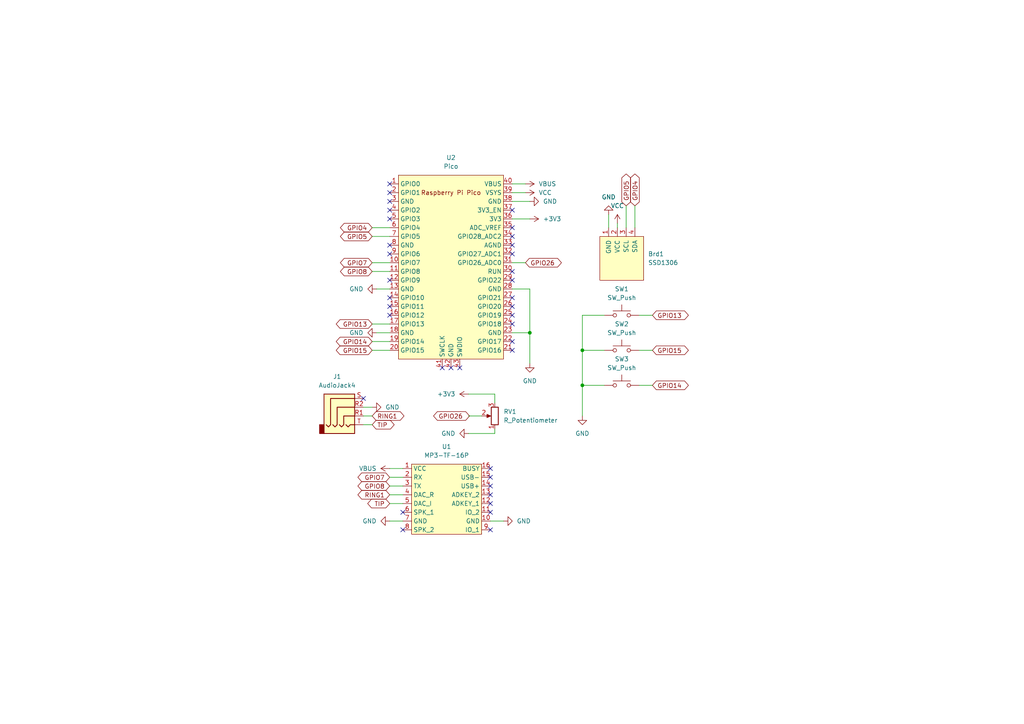
<source format=kicad_sch>
(kicad_sch (version 20211123) (generator eeschema)
  (paper "A4")
  (title_block (title "RA MP3Player") (date "2025-03-14"))
  (lib_symbols
    (symbol "Connector:AudioJack4"
      (property "Reference" "J" (at 0 8.89 0))
      (property "Value" "AudioJack4" (at 0 6.35 0))
      (symbol "AudioJack4_0_1"
        (rectangle (start -6.35 -5.08) (end -7.62 -7.62) (stroke (width 0.254)) (fill (type outline)))
        (polyline (pts (xy 0 -5.08) (xy 0.635 -5.715) (xy 1.27 -5.08) (xy 2.54 -5.08)) (stroke (width 0.254)))
        (polyline (pts (xy -5.715 -5.08) (xy -5.08 -5.715) (xy -4.445 -5.08) (xy -4.445 2.54) (xy 2.54 2.54)) (stroke (width 0.254)))
        (polyline (pts (xy -1.905 -5.08) (xy -1.27 -5.715) (xy -0.635 -5.08) (xy -0.635 -2.54) (xy 2.54 -2.54)) (stroke (width 0.254)))
        (polyline (pts (xy 2.54 0) (xy -2.54 0) (xy -2.54 -5.08) (xy -3.175 -5.715) (xy -3.81 -5.08)) (stroke (width 0.254)))
        (rectangle (start 2.54 3.81) (end -6.35 -7.62) (stroke (width 0.254)) (fill (type background)))
      )
      (symbol "AudioJack4_1_1"
        (pin passive line (at 5.08 -2.54 180) (length 2.54) (name "~") (number "R1"))
        (pin passive line (at 5.08 0 180) (length 2.54) (name "~") (number "R2"))
        (pin passive line (at 5.08 2.54 180) (length 2.54) (name "~") (number "S"))
        (pin passive line (at 5.08 -5.08 180) (length 2.54) (name "~") (number "T"))
      )
    )
    (symbol "Device:R_Potentiometer" (pin_names (offset 1.016) hide)
      (property "Reference" "RV" (at -4.445 0 90))
      (property "Value" "R_Potentiometer" (at -2.54 0 90))
      (symbol "R_Potentiometer_0_1"
        (polyline (pts (xy 2.54 0) (xy 1.524 0)))
        (polyline (pts (xy 1.143 0) (xy 2.286 0.508) (xy 2.286 -0.508) (xy 1.143 0)) (fill (type outline)))
        (rectangle (start 1.016 2.54) (end -1.016 -2.54) (stroke (width 0.254)))
      )
      (symbol "R_Potentiometer_1_1"
        (pin passive line (at 0 3.81 270) (length 1.27) (name "1") (number "1"))
        (pin passive line (at 3.81 0 180) (length 1.27) (name "2") (number "2"))
        (pin passive line (at 0 -3.81 90) (length 1.27) (name "3") (number "3"))
      )
    )
    (symbol "MCU_RaspberryPi_and_Boards:Pico"
      (property "Reference" "U" (at -13.97 27.94 0))
      (property "Value" "Pico" (at 0 19.05 0))
      (symbol "Pico_0_0"
        (text "Raspberry Pi Pico" (at 0 21.59 0) (effects (font (size 1.27 1.27))))
      )
      (symbol "Pico_0_1"
        (rectangle (start -15.24 26.67) (end 15.24 -26.67) (fill (type background)))
      )
      (symbol "Pico_1_1"
        (pin bidirectional line (at -17.78 24.13 0) (length 2.54) (name "GPIO0") (number "1"))
        (pin bidirectional line (at -17.78 1.27 0) (length 2.54) (name "GPIO7") (number "10"))
        (pin bidirectional line (at -17.78 -1.27 0) (length 2.54) (name "GPIO8") (number "11"))
        (pin bidirectional line (at -17.78 -3.81 0) (length 2.54) (name "GPIO9") (number "12"))
        (pin power_in line (at -17.78 -6.35 0) (length 2.54) (name "GND") (number "13"))
        (pin bidirectional line (at -17.78 -8.89 0) (length 2.54) (name "GPIO10") (number "14"))
        (pin bidirectional line (at -17.78 -11.43 0) (length 2.54) (name "GPIO11") (number "15"))
        (pin bidirectional line (at -17.78 -13.97 0) (length 2.54) (name "GPIO12") (number "16"))
        (pin bidirectional line (at -17.78 -16.51 0) (length 2.54) (name "GPIO13") (number "17"))
        (pin power_in line (at -17.78 -19.05 0) (length 2.54) (name "GND") (number "18"))
        (pin bidirectional line (at -17.78 -21.59 0) (length 2.54) (name "GPIO14") (number "19"))
        (pin bidirectional line (at -17.78 21.59 0) (length 2.54) (name "GPIO1") (number "2"))
        (pin bidirectional line (at -17.78 -24.13 0) (length 2.54) (name "GPIO15") (number "20"))
        (pin bidirectional line (at 17.78 -24.13 180) (length 2.54) (name "GPIO16") (number "21"))
        (pin bidirectional line (at 17.78 -21.59 180) (length 2.54) (name "GPIO17") (number "22"))
        (pin power_in line (at 17.78 -19.05 180) (length 2.54) (name "GND") (number "23"))
        (pin bidirectional line (at 17.78 -16.51 180) (length 2.54) (name "GPIO18") (number "24"))
        (pin bidirectional line (at 17.78 -13.97 180) (length 2.54) (name "GPIO19") (number "25"))
        (pin bidirectional line (at 17.78 -11.43 180) (length 2.54) (name "GPIO20") (number "26"))
        (pin bidirectional line (at 17.78 -8.89 180) (length 2.54) (name "GPIO21") (number "27"))
        (pin power_in line (at 17.78 -6.35 180) (length 2.54) (name "GND") (number "28"))
        (pin bidirectional line (at 17.78 -3.81 180) (length 2.54) (name "GPIO22") (number "29"))
        (pin power_in line (at -17.78 19.05 0) (length 2.54) (name "GND") (number "3"))
        (pin input line (at 17.78 -1.27 180) (length 2.54) (name "RUN") (number "30"))
        (pin bidirectional line (at 17.78 1.27 180) (length 2.54) (name "GPIO26_ADC0") (number "31"))
        (pin bidirectional line (at 17.78 3.81 180) (length 2.54) (name "GPIO27_ADC1") (number "32"))
        (pin power_in line (at 17.78 6.35 180) (length 2.54) (name "AGND") (number "33"))
        (pin bidirectional line (at 17.78 8.89 180) (length 2.54) (name "GPIO28_ADC2") (number "34"))
        (pin power_in line (at 17.78 11.43 180) (length 2.54) (name "ADC_VREF") (number "35"))
        (pin power_in line (at 17.78 13.97 180) (length 2.54) (name "3V3") (number "36"))
        (pin input line (at 17.78 16.51 180) (length 2.54) (name "3V3_EN") (number "37"))
        (pin bidirectional line (at 17.78 19.05 180) (length 2.54) (name "GND") (number "38"))
        (pin power_in line (at 17.78 21.59 180) (length 2.54) (name "VSYS") (number "39"))
        (pin bidirectional line (at -17.78 16.51 0) (length 2.54) (name "GPIO2") (number "4"))
        (pin power_in line (at 17.78 24.13 180) (length 2.54) (name "VBUS") (number "40"))
        (pin input line (at -2.54 -29.21 90) (length 2.54) (name "SWCLK") (number "41"))
        (pin power_in line (at 0 -29.21 90) (length 2.54) (name "GND") (number "42"))
        (pin bidirectional line (at 2.54 -29.21 90) (length 2.54) (name "SWDIO") (number "43"))
        (pin bidirectional line (at -17.78 13.97 0) (length 2.54) (name "GPIO3") (number "5"))
        (pin bidirectional line (at -17.78 11.43 0) (length 2.54) (name "GPIO4") (number "6"))
        (pin bidirectional line (at -17.78 8.89 0) (length 2.54) (name "GPIO5") (number "7"))
        (pin power_in line (at -17.78 6.35 0) (length 2.54) (name "GND") (number "8"))
        (pin bidirectional line (at -17.78 3.81 0) (length 2.54) (name "GPIO6") (number "9"))
      )
    )
    (symbol "SSD1306-128x64_OLED:SSD1306" (pin_names (offset 1.016))
      (property "Reference" "Brd" (at 0 -3.81 0))
      (property "Value" "SSD1306" (at 0 -1.27 0))
      (symbol "SSD1306_0_1"
        (rectangle (start -6.35 6.35) (end 6.35 -6.35) (fill (type background)))
      )
      (symbol "SSD1306_1_1"
        (pin input line (at -3.81 8.89 270) (length 2.54) (name "GND") (number "1"))
        (pin input line (at -1.27 8.89 270) (length 2.54) (name "VCC") (number "2"))
        (pin input line (at 1.27 8.89 270) (length 2.54) (name "SCL") (number "3"))
        (pin input line (at 3.81 8.89 270) (length 2.54) (name "SDA") (number "4"))
      )
    )
    (symbol "Switch:SW_Push" (pin_numbers hide) (pin_names (offset 1.016) hide)
      (property "Reference" "SW" (at 1.27 2.54 0))
      (property "Value" "SW_Push" (at 0 -1.524 0))
      (symbol "SW_Push_0_1"
        (circle (center -2.032 0) (radius 0.508))
        (polyline (pts (xy 0 1.27) (xy 0 3.048)))
        (polyline (pts (xy 2.54 1.27) (xy -2.54 1.27)))
        (circle (center 2.032 0) (radius 0.508))
        (pin passive line (at -5.08 0 0) (length 2.54) (name "1") (number "1"))
        (pin passive line (at 5.08 0 180) (length 2.54) (name "2") (number "2"))
      )
    )
    (symbol "dfplayer:MP3-TF-16P"
      (property "Reference" "U" (at 0 0 0))
      (property "Value" "MP3-TF-16P" (at 0 -11.43 0))
      (symbol "MP3-TF-16P_0_1"
        (rectangle (start -10.16 10.16) (end 10.16 -10.16) (fill (type background)))
      )
      (symbol "MP3-TF-16P_1_1"
        (pin power_in line (at -12.7 8.89 0) (length 2.54) (name "VCC") (number "1"))
        (pin power_in line (at 12.7 -6.35 180) (length 2.54) (name "GND") (number "10"))
        (pin bidirectional line (at 12.7 -3.81 180) (length 2.54) (name "IO_2") (number "11"))
        (pin input line (at 12.7 -1.27 180) (length 2.54) (name "ADKEY_1") (number "12"))
        (pin input line (at 12.7 1.27 180) (length 2.54) (name "ADKEY_2") (number "13"))
        (pin power_in line (at 12.7 3.81 180) (length 2.54) (name "USB+") (number "14"))
        (pin power_in line (at 12.7 6.35 180) (length 2.54) (name "USB-") (number "15"))
        (pin output line (at 12.7 8.89 180) (length 2.54) (name "BUSY") (number "16"))
        (pin input line (at -12.7 6.35 0) (length 2.54) (name "RX") (number "2"))
        (pin output line (at -12.7 3.81 0) (length 2.54) (name "TX") (number "3"))
        (pin output line (at -12.7 1.27 0) (length 2.54) (name "DAC_R") (number "4"))
        (pin output line (at -12.7 -1.27 0) (length 2.54) (name "DAC_I") (number "5"))
        (pin output line (at -12.7 -3.81 0) (length 2.54) (name "SPK_1") (number "6"))
        (pin power_in line (at -12.7 -6.35 0) (length 2.54) (name "GND") (number "7"))
        (pin output line (at -12.7 -8.89 0) (length 2.54) (name "SPK_2") (number "8"))
        (pin bidirectional line (at 12.7 -8.89 180) (length 2.54) (name "IO_1") (number "9"))
      )
    )
    (symbol "power:+3V3" (power) (pin_names (offset 0))
      (property "Value" "+3V3" (at 0 3.556 0))
      (symbol "+3V3_0_1"
        (polyline (pts (xy -0.762 1.27) (xy 0 2.54)))
        (polyline (pts (xy 0 0) (xy 0 2.54)))
        (polyline (pts (xy 0 2.54) (xy 0.762 1.27)))
      )
      (symbol "+3V3_1_1"
        (pin power_in line (at 0 0 90) (length 0) hide (name "+3V3") (number "1"))
      )
    )
    (symbol "power:GND" (power) (pin_names (offset 0))
      (property "Value" "GND" (at 0 -3.81 0))
      (symbol "GND_0_1"
        (polyline (pts (xy 0 0) (xy 0 -1.27) (xy 1.27 -1.27) (xy 0 -2.54) (xy -1.27 -1.27) (xy 0 -1.27)))
      )
      (symbol "GND_1_1"
        (pin power_in line (at 0 0 270) (length 0) hide (name "GND") (number "1"))
      )
    )
    (symbol "power:VBUS" (power) (pin_names (offset 0))
      (property "Value" "VBUS" (at 0 3.81 0))
      (symbol "VBUS_0_1"
        (polyline (pts (xy -0.762 1.27) (xy 0 2.54)))
        (polyline (pts (xy 0 0) (xy 0 2.54)))
        (polyline (pts (xy 0 2.54) (xy 0.762 1.27)))
      )
      (symbol "VBUS_1_1"
        (pin power_in line (at 0 0 90) (length 0) hide (name "VBUS") (number "1"))
      )
    )
    (symbol "power:VCC" (power) (pin_names (offset 0))
      (property "Value" "VCC" (at 0 3.81 0))
      (symbol "VCC_0_1"
        (polyline (pts (xy -0.762 1.27) (xy 0 2.54)))
        (polyline (pts (xy 0 0) (xy 0 2.54)))
        (polyline (pts (xy 0 2.54) (xy 0.762 1.27)))
      )
      (symbol "VCC_1_1"
        (pin power_in line (at 0 0 90) (length 0) hide (name "VCC") (number "1"))
      )
    )
  )
  (junction (at 168.91 111.76))
  (junction (at 153.67 96.52))
  (junction (at 168.91 101.6))
  (no_connect (at 113.03 86.36))
  (no_connect (at 113.03 91.44))
  (no_connect (at 113.03 88.9))
  (no_connect (at 113.03 71.12))
  (no_connect (at 113.03 73.66))
  (no_connect (at 113.03 60.96))
  (no_connect (at 113.03 63.5))
  (no_connect (at 113.03 58.42))
  (no_connect (at 113.03 81.28))
  (no_connect (at 133.35 106.68))
  (no_connect (at 128.27 106.68))
  (no_connect (at 130.81 106.68))
  (no_connect (at 113.03 55.88))
  (no_connect (at 113.03 53.34))
  (no_connect (at 148.59 60.96))
  (no_connect (at 148.59 86.36))
  (no_connect (at 148.59 88.9))
  (no_connect (at 148.59 91.44))
  (no_connect (at 148.59 101.6))
  (no_connect (at 148.59 93.98))
  (no_connect (at 148.59 99.06))
  (no_connect (at 148.59 66.04))
  (no_connect (at 148.59 68.58))
  (no_connect (at 148.59 71.12))
  (no_connect (at 148.59 73.66))
  (no_connect (at 148.59 81.28))
  (no_connect (at 148.59 78.74))
  (no_connect (at 142.24 153.67))
  (no_connect (at 142.24 143.51))
  (no_connect (at 142.24 146.05))
  (no_connect (at 142.24 148.59))
  (no_connect (at 116.84 153.67))
  (no_connect (at 142.24 140.97))
  (no_connect (at 142.24 135.89))
  (no_connect (at 142.24 138.43))
  (no_connect (at 116.84 148.59))
  (no_connect (at 105.41 115.57))
  (wire (pts (xy 148.59 58.42) (xy 153.67 58.42)))
  (wire (pts (xy 107.95 93.98) (xy 113.03 93.98)))
  (wire (pts (xy 113.03 151.13) (xy 116.84 151.13)))
  (wire (pts (xy 153.67 83.82) (xy 153.67 96.52)))
  (wire (pts (xy 148.59 55.88) (xy 152.4 55.88)))
  (wire (pts (xy 113.03 143.51) (xy 116.84 143.51)))
  (wire (pts (xy 148.59 63.5) (xy 153.67 63.5)))
  (wire (pts (xy 113.03 138.43) (xy 116.84 138.43)))
  (wire (pts (xy 135.89 125.73) (xy 143.51 125.73)))
  (wire (pts (xy 142.24 151.13) (xy 146.05 151.13)))
  (wire (pts (xy 105.41 118.11) (xy 107.95 118.11)))
  (wire (pts (xy 135.89 114.3) (xy 143.51 114.3)))
  (wire (pts (xy 179.07 64.77) (xy 179.07 66.04)))
  (wire (pts (xy 109.22 83.82) (xy 113.03 83.82)))
  (wire (pts (xy 168.91 91.44) (xy 168.91 101.6)))
  (wire (pts (xy 184.15 59.69) (xy 184.15 66.04)))
  (wire (pts (xy 113.03 135.89) (xy 116.84 135.89)))
  (wire (pts (xy 107.95 99.06) (xy 113.03 99.06)))
  (wire (pts (xy 168.91 101.6) (xy 175.26 101.6)))
  (wire (pts (xy 105.41 123.19) (xy 107.95 123.19)))
  (wire (pts (xy 153.67 96.52) (xy 148.59 96.52)))
  (wire (pts (xy 168.91 101.6) (xy 168.91 111.76)))
  (wire (pts (xy 148.59 83.82) (xy 153.67 83.82)))
  (wire (pts (xy 185.42 111.76) (xy 189.23 111.76)))
  (wire (pts (xy 185.42 101.6) (xy 189.23 101.6)))
  (wire (pts (xy 148.59 76.2) (xy 152.4 76.2)))
  (wire (pts (xy 113.03 140.97) (xy 116.84 140.97)))
  (wire (pts (xy 153.67 96.52) (xy 153.67 105.41)))
  (wire (pts (xy 168.91 111.76) (xy 168.91 120.65)))
  (wire (pts (xy 143.51 116.84) (xy 143.51 114.3)))
  (wire (pts (xy 105.41 120.65) (xy 107.95 120.65)))
  (wire (pts (xy 181.61 59.69) (xy 181.61 66.04)))
  (wire (pts (xy 135.89 120.65) (xy 139.7 120.65)))
  (wire (pts (xy 148.59 53.34) (xy 152.4 53.34)))
  (wire (pts (xy 176.53 62.23) (xy 176.53 66.04)))
  (wire (pts (xy 168.91 111.76) (xy 175.26 111.76)))
  (wire (pts (xy 113.03 146.05) (xy 116.84 146.05)))
  (wire (pts (xy 107.95 101.6) (xy 113.03 101.6)))
  (wire (pts (xy 107.95 76.2) (xy 113.03 76.2)))
  (wire (pts (xy 109.22 96.52) (xy 113.03 96.52)))
  (wire (pts (xy 107.95 66.04) (xy 113.03 66.04)))
  (wire (pts (xy 107.95 78.74) (xy 113.03 78.74)))
  (wire (pts (xy 143.51 124.46) (xy 143.51 125.73)))
  (wire (pts (xy 175.26 91.44) (xy 168.91 91.44)))
  (wire (pts (xy 107.95 68.58) (xy 113.03 68.58)))
  (wire (pts (xy 185.42 91.44) (xy 189.23 91.44)))
  (global_label "GPIO14" (shape bidirectional) (at 107.95 99.06 180) (property "Intersheet References" "${INTERSHEET_REFS}" (effects hide)))
  (global_label "GPIO15" (shape bidirectional) (at 189.23 101.6 0) (property "Intersheet References" "${INTERSHEET_REFS}" (effects hide)))
  (global_label "GPIO5" (shape bidirectional) (at 107.95 68.58 180) (property "Intersheet References" "${INTERSHEET_REFS}" (effects hide)))
  (global_label "RING1" (shape bidirectional) (at 107.95 120.65 0) (property "Intersheet References" "${INTERSHEET_REFS}" (effects hide)))
  (global_label "GPIO26" (shape bidirectional) (at 125.73 120.65 0) (property "Intersheet References" "${INTERSHEET_REFS}" (effects hide)))
  (global_label "GPIO26" (shape bidirectional) (at 152.4 76.2 0) (property "Intersheet References" "${INTERSHEET_REFS}" (effects hide)))
  (global_label "GPIO14" (shape bidirectional) (at 189.23 111.76 0) (property "Intersheet References" "${INTERSHEET_REFS}" (effects hide)))
  (global_label "GPIO8" (shape bidirectional) (at 107.95 78.74 180) (property "Intersheet References" "${INTERSHEET_REFS}" (effects hide)))
  (global_label "GPIO13" (shape bidirectional) (at 189.23 91.44 0) (property "Intersheet References" "${INTERSHEET_REFS}" (effects hide)))
  (global_label "RING1" (shape bidirectional) (at 113.03 143.51 180) (property "Intersheet References" "${INTERSHEET_REFS}" (effects hide)))
  (global_label "GPIO5" (shape bidirectional) (at 181.61 59.69 90) (property "Intersheet References" "${INTERSHEET_REFS}" (effects hide)))
  (global_label "GPIO13" (shape bidirectional) (at 107.95 93.98 180) (property "Intersheet References" "${INTERSHEET_REFS}" (effects hide)))
  (global_label "GPIO7" (shape bidirectional) (at 113.03 138.43 180) (property "Intersheet References" "${INTERSHEET_REFS}" (effects hide)))
  (global_label "GPIO8" (shape bidirectional) (at 113.03 140.97 180) (property "Intersheet References" "${INTERSHEET_REFS}" (effects hide)))
  (global_label "TIP" (shape bidirectional) (at 113.03 146.05 180) (property "Intersheet References" "${INTERSHEET_REFS}" (effects hide)))
  (global_label "GPIO4" (shape bidirectional) (at 107.95 66.04 180) (property "Intersheet References" "${INTERSHEET_REFS}" (effects hide)))
  (global_label "GPIO4" (shape bidirectional) (at 184.15 59.69 90) (property "Intersheet References" "${INTERSHEET_REFS}" (effects hide)))
  (global_label "TIP" (shape bidirectional) (at 107.95 123.19 0) (property "Intersheet References" "${INTERSHEET_REFS}" (effects hide)))
  (global_label "GPIO15" (shape bidirectional) (at 107.95 101.6 180) (property "Intersheet References" "${INTERSHEET_REFS}" (effects hide)))
  (global_label "GPIO7" (shape bidirectional) (at 107.95 76.2 180) (property "Intersheet References" "${INTERSHEET_REFS}" (effects hide)))
  (symbol (lib_id "Switch:SW_Push") (at 180.34 111.76 0) (unit 1)
    (property "Reference" "SW3" (at 180.34 104.14 0))
    (property "Value" "SW_Push" (at 180.34 106.68 0))
    (property "Footprint" "Button_Switch_THT:SW_PUSH_6mm" (effects hide))
  )
  (symbol (lib_id "power:GND") (at 146.05 151.13 90) (unit 1)
    (property "Reference" "#PWR0103" (effects hide))
    (property "Value" "GND" (at 149.86 151.1299 90) (effects (justify right)))
  )
  (symbol (lib_id "Switch:SW_Push") (at 180.34 101.6 0) (unit 1)
    (property "Reference" "SW2" (at 180.34 93.98 0))
    (property "Value" "SW_Push" (at 180.34 96.52 0))
    (property "Footprint" "Button_Switch_THT:SW_PUSH_6mm" (effects hide))
  )
  (symbol (lib_id "power:+3V3") (at 153.67 63.5 270) (unit 1)
    (property "Reference" "#PWR0113" (effects hide))
    (property "Value" "+3V3" (at 157.48 63.4999 90) (effects (justify left)))
  )
  (symbol (lib_id "power:VCC") (at 152.4 55.88 270) (unit 1)
    (property "Reference" "#PWR0110" (effects hide))
    (property "Value" "VCC" (at 156.21 55.8799 90) (effects (justify left)))
  )
  (symbol (lib_id "power:GND") (at 107.95 118.11 90) (unit 1)
    (property "Reference" "#PWR0107" (effects hide))
    (property "Value" "GND" (at 111.76 118.1099 90) (effects (justify right)))
  )
  (symbol (lib_id "MCU_RaspberryPi_and_Boards:Pico") (at 130.81 77.47 0) (unit 1)
    (property "Reference" "U2" (at 130.81 45.72 0))
    (property "Value" "Pico" (at 130.81 48.26 0))
    (property "Footprint" "MCU_RaspberryPi_and_Boards:RPi_Pico_SMD_TH" (effects hide))
  )
  (symbol (lib_id "power:VBUS") (at 152.4 53.34 270) (unit 1)
    (property "Reference" "#PWR0112" (effects hide))
    (property "Value" "VBUS" (at 156.21 53.3399 90) (effects (justify left)))
  )
  (symbol (lib_id "Connector:AudioJack4") (at 100.33 118.11 0) (unit 1)
    (property "Reference" "J1" (at 97.79 109.22 0))
    (property "Value" "AudioJack4" (at 97.79 111.76 0))
    (property "Footprint" "audioJack:TTRS_Breakout_board" (effects hide))
  )
  (symbol (lib_id "power:GND") (at 153.67 105.41 0) (unit 1)
    (property "Reference" "#PWR0114" (effects hide))
    (property "Value" "GND" (at 153.67 110.49 0))
  )
  (symbol (lib_id "Switch:SW_Push") (at 180.34 91.44 0) (unit 1)
    (property "Reference" "SW1" (at 180.34 83.82 0))
    (property "Value" "SW_Push" (at 180.34 86.36 0))
    (property "Footprint" "Button_Switch_THT:SW_PUSH_6mm" (effects hide))
  )
  (symbol (lib_id "power:GND") (at 176.53 62.23 180) (unit 1)
    (property "Reference" "#PWR0109" (effects hide))
    (property "Value" "GND" (at 176.53 57.15 0))
  )
  (symbol (lib_id "SSD1306-128x64_OLED:SSD1306") (at 180.34 74.93 0) (unit 1)
    (property "Reference" "Brd1" (at 187.96 73.6599 0) (effects (justify left)))
    (property "Value" "SSD1306" (at 187.96 76.1999 0) (effects (justify left)))
    (property "Footprint" "SSD1306:128x64OLED" (effects hide))
  )
  (symbol (lib_id "power:GND") (at 153.67 58.42 90) (unit 1)
    (property "Reference" "#PWR0111" (effects hide))
    (property "Value" "GND" (at 157.48 58.4199 90) (effects (justify right)))
  )
  (symbol (lib_id "power:+3V3") (at 135.89 114.3 90) (unit 1)
    (property "Reference" "#PWR0102" (effects hide))
    (property "Value" "+3V3" (at 132.08 114.2999 90) (effects (justify left)))
  )
  (symbol (lib_id "power:GND") (at 113.03 151.13 270) (unit 1)
    (property "Reference" "#PWR0105" (effects hide))
    (property "Value" "GND" (at 109.22 151.1299 90) (effects (justify right)))
  )
  (symbol (lib_id "power:GND") (at 109.22 83.82 270) (unit 1)
    (property "Reference" "#PWR0115" (effects hide))
    (property "Value" "GND" (at 105.41 83.8199 90) (effects (justify right)))
  )
  (symbol (lib_id "power:VBUS") (at 113.03 135.89 90) (unit 1)
    (property "Reference" "#PWR0106" (effects hide))
    (property "Value" "VBUS" (at 109.22 135.8899 90) (effects (justify left)))
  )
  (symbol (lib_id "power:GND") (at 168.91 120.65 0) (unit 1)
    (property "Reference" "#PWR0104" (effects hide))
    (property "Value" "GND" (at 168.91 125.73 0))
  )
  (symbol (lib_id "power:GND") (at 135.89 125.73 270) (unit 1)
    (property "Reference" "#PWR0101" (effects hide))
    (property "Value" "GND" (at 132.08 125.7299 90) (effects (justify right)))
  )
  (symbol (lib_id "power:VCC") (at 179.07 64.77 0) (unit 1)
    (property "Reference" "#PWR0108" (effects hide))
    (property "Value" "VCC" (at 179.07 59.69 0))
  )
  (symbol (lib_id "dfplayer:MP3-TF-16P") (at 129.54 144.78 0) (unit 1)
    (property "Reference" "U1" (at 129.54 129.54 0))
    (property "Value" "MP3-TF-16P" (at 129.54 132.08 0))
    (property "Footprint" "Arduino_Nano:DFPlayer" (effects hide))
  )
  (symbol (lib_id "power:GND") (at 109.22 96.52 270) (unit 1)
    (property "Reference" "#PWR0116" (effects hide))
    (property "Value" "GND" (at 105.41 96.5199 90) (effects (justify right)))
  )
  (symbol (lib_id "Device:R_Potentiometer") (at 143.51 120.65 180) (unit 1)
    (property "Reference" "RV1" (at 146.05 119.3799 0) (effects (justify right)))
    (property "Value" "R_Potentiometer" (at 146.05 121.9199 0) (effects (justify right)))
    (property "Footprint" "Potentiometer_THT:Potentiometer_ACP_CA9-H2,5_Horizontal" (effects hide))
  )
)
</source>
